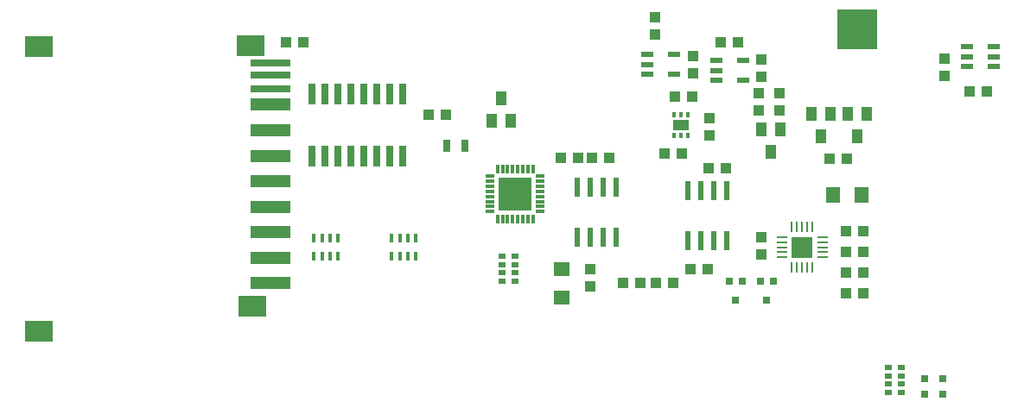
<source format=gtp>
G75*
%MOIN*%
%OFA0B0*%
%FSLAX24Y24*%
%IPPOS*%
%LPD*%
%AMOC8*
5,1,8,0,0,1.08239X$1,22.5*
%
%ADD10R,0.0433X0.0394*%
%ADD11R,0.0315X0.0472*%
%ADD12R,0.0260X0.0800*%
%ADD13R,0.0472X0.0217*%
%ADD14R,0.1102X0.0787*%
%ADD15R,0.1575X0.0276*%
%ADD16R,0.1575X0.0472*%
%ADD17R,0.1560X0.1560*%
%ADD18R,0.0394X0.0433*%
%ADD19R,0.0394X0.0551*%
%ADD20R,0.0480X0.0245*%
%ADD21R,0.0160X0.0320*%
%ADD22R,0.0551X0.0630*%
%ADD23R,0.0315X0.0315*%
%ADD24R,0.0276X0.0276*%
%ADD25R,0.0256X0.0197*%
%ADD26R,0.0140X0.0240*%
%ADD27R,0.0630X0.0390*%
%ADD28R,0.0210X0.0780*%
%ADD29R,0.0098X0.0394*%
%ADD30R,0.0394X0.0098*%
%ADD31R,0.0787X0.0787*%
%ADD32R,0.0630X0.0551*%
%ADD33R,0.0320X0.0120*%
%ADD34R,0.0120X0.0320*%
%ADD35R,0.1280X0.1280*%
D10*
X021995Y010480D03*
X022665Y010480D03*
X023195Y010480D03*
X023865Y010480D03*
X025995Y010630D03*
X026665Y010630D03*
X027695Y010080D03*
X028365Y010080D03*
X032345Y010430D03*
X033015Y010430D03*
X030430Y012295D03*
X029630Y012295D03*
X029630Y012965D03*
X030430Y012965D03*
X027065Y012830D03*
X026395Y012830D03*
X028145Y014930D03*
X028815Y014930D03*
X036780Y014315D03*
X036780Y013645D03*
X037745Y013030D03*
X038415Y013030D03*
X033665Y006830D03*
X032995Y006830D03*
X032995Y005230D03*
X033665Y005230D03*
X027665Y006180D03*
X026995Y006180D03*
X026315Y005630D03*
X025645Y005630D03*
X017565Y012130D03*
X016895Y012130D03*
D11*
X017576Y010930D03*
X018284Y010930D03*
D12*
X015880Y010520D03*
X015380Y010520D03*
X014880Y010520D03*
X014380Y010520D03*
X013880Y010520D03*
X013380Y010520D03*
X012880Y010520D03*
X012380Y010520D03*
X012380Y012940D03*
X012880Y012940D03*
X013380Y012940D03*
X013880Y012940D03*
X014380Y012940D03*
X014880Y012940D03*
X015380Y012940D03*
X015880Y012940D03*
D13*
X025318Y013706D03*
X025318Y014080D03*
X025318Y014454D03*
X026342Y014454D03*
X026342Y013706D03*
X027983Y013850D03*
X027983Y013476D03*
X029007Y013476D03*
X029007Y014224D03*
X027983Y014224D03*
D14*
X001847Y003779D03*
X010076Y004724D03*
X001847Y014763D03*
X010036Y014802D03*
D15*
X010784Y014133D03*
X010784Y013661D03*
X010784Y013149D03*
D16*
X010784Y012519D03*
X010784Y011535D03*
X010784Y010550D03*
X010784Y009566D03*
X010784Y008582D03*
X010784Y007598D03*
X010784Y006613D03*
X010784Y005629D03*
D17*
X033430Y015430D03*
D18*
X029730Y014265D03*
X029730Y013595D03*
X027080Y013745D03*
X027080Y014415D03*
X025630Y015245D03*
X025630Y015915D03*
X027730Y012015D03*
X027730Y011345D03*
X032995Y007630D03*
X033665Y007630D03*
X033665Y006030D03*
X032995Y006030D03*
X029730Y006745D03*
X029730Y007415D03*
X025065Y005630D03*
X024395Y005630D03*
X023130Y005495D03*
X023130Y006165D03*
X012065Y014930D03*
X011395Y014930D03*
D19*
X019306Y011897D03*
X020054Y011897D03*
X019680Y012763D03*
X029706Y011563D03*
X030454Y011563D03*
X031656Y012163D03*
X032404Y012163D03*
X033056Y012163D03*
X033804Y012163D03*
X033430Y011297D03*
X032030Y011297D03*
X030080Y010697D03*
D20*
X037664Y014006D03*
X037664Y014380D03*
X037664Y014754D03*
X038696Y014754D03*
X038696Y014380D03*
X038696Y014006D03*
D21*
X016402Y007384D03*
X016087Y007384D03*
X015773Y007384D03*
X015458Y007384D03*
X015458Y006676D03*
X015773Y006676D03*
X016087Y006676D03*
X016402Y006676D03*
X013402Y006676D03*
X013087Y006676D03*
X012773Y006676D03*
X012458Y006676D03*
X012458Y007384D03*
X012773Y007384D03*
X013087Y007384D03*
X013402Y007384D03*
D22*
X032479Y009030D03*
X033581Y009030D03*
D23*
X036030Y001925D03*
X036730Y001925D03*
X036730Y001335D03*
X036030Y001335D03*
D24*
X029930Y004966D03*
X028730Y004966D03*
X028474Y005694D03*
X028986Y005694D03*
X029674Y005694D03*
X030186Y005694D03*
D25*
X034634Y002352D03*
X034634Y002037D03*
X035126Y002037D03*
X035126Y002352D03*
X035126Y001723D03*
X034634Y001723D03*
X034634Y001408D03*
X035126Y001408D03*
X020226Y005708D03*
X019734Y005708D03*
X019734Y006023D03*
X019734Y006337D03*
X020226Y006337D03*
X020226Y006023D03*
X020226Y006652D03*
X019734Y006652D03*
D26*
X026370Y011320D03*
X026630Y011320D03*
X026890Y011320D03*
X026890Y012140D03*
X026630Y012140D03*
X026370Y012140D03*
D27*
X026630Y011730D03*
D28*
X024130Y009350D03*
X023630Y009350D03*
X023130Y009350D03*
X022630Y009350D03*
X026880Y009200D03*
X027380Y009200D03*
X027880Y009200D03*
X028380Y009200D03*
X024130Y007410D03*
X023630Y007410D03*
X023130Y007410D03*
X022630Y007410D03*
X026880Y007260D03*
X027380Y007260D03*
X027880Y007260D03*
X028380Y007260D03*
D29*
X030899Y007805D03*
X031096Y007805D03*
X031293Y007805D03*
X031489Y007805D03*
X031686Y007805D03*
X031686Y006230D03*
X031489Y006230D03*
X031293Y006230D03*
X031096Y006230D03*
X030899Y006230D03*
D30*
X030505Y006624D03*
X030505Y006821D03*
X030505Y007017D03*
X030505Y007214D03*
X030505Y007411D03*
X032080Y007411D03*
X032080Y007214D03*
X032080Y007017D03*
X032080Y006821D03*
X032080Y006624D03*
D31*
X031293Y007017D03*
D32*
X022030Y006181D03*
X022030Y005079D03*
D33*
X021200Y008390D03*
X021200Y008590D03*
X021200Y008780D03*
X021200Y008980D03*
X021200Y009180D03*
X021200Y009380D03*
X021200Y009570D03*
X021200Y009770D03*
X019260Y009770D03*
X019260Y009570D03*
X019260Y009380D03*
X019260Y009180D03*
X019260Y008980D03*
X019260Y008780D03*
X019260Y008590D03*
X019260Y008390D03*
D34*
X019540Y008110D03*
X019740Y008110D03*
X019930Y008110D03*
X020130Y008110D03*
X020330Y008110D03*
X020530Y008110D03*
X020720Y008110D03*
X020920Y008110D03*
X020920Y010050D03*
X020720Y010050D03*
X020530Y010050D03*
X020330Y010050D03*
X020130Y010050D03*
X019930Y010050D03*
X019740Y010050D03*
X019540Y010050D03*
D35*
X020230Y009080D03*
M02*

</source>
